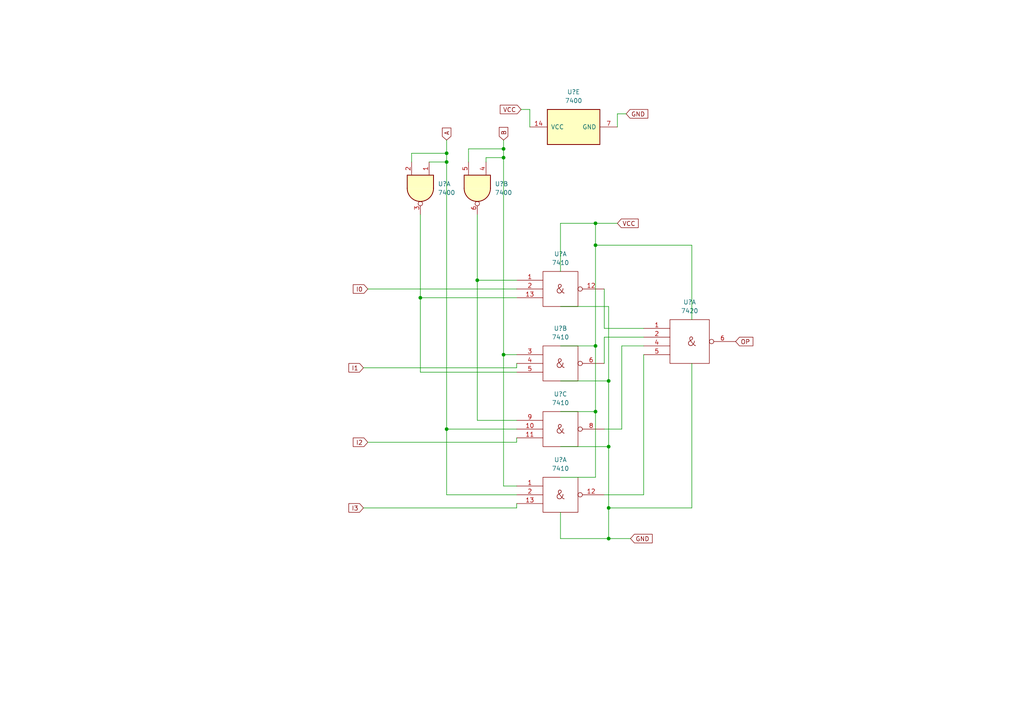
<source format=kicad_sch>
(kicad_sch (version 20211123) (generator eeschema)
  (paper "A4")
  (lib_symbols
    (symbol "74xx:7400" (pin_names (offset 1.016))
      (property "Reference" "U" (at 0 1.27 0))
      (property "Value" "7400" (at 0 -1.27 0))
      (symbol "7400_1_1"
        (arc (start 0 -3.81) (mid 3.81 0) (end 0 3.81) (stroke (width 0.254)) (fill (type background)))
        (polyline (pts (xy 0 3.81) (xy -3.81 3.81) (xy -3.81 -3.81) (xy 0 -3.81)) (stroke (width 0.254)) (fill (type background)))
        (pin input line (at -7.62 2.54 0) (length 3.81) (name "~") (number "1"))
        (pin input line (at -7.62 -2.54 0) (length 3.81) (name "~") (number "2"))
        (pin output inverted (at 7.62 0 180) (length 3.81) (name "~") (number "3"))
      )
      (symbol "7400_1_2"
        (arc (start -3.81 -3.81) (mid -2.589 0) (end -3.81 3.81) (stroke (width 0.254)))
        (arc (start -0.6096 -3.81) (mid 2.1842 -2.5851) (end 3.81 0) (stroke (width 0.254)) (fill (type background)))
        (polyline (pts (xy -3.81 -3.81) (xy -0.635 -3.81)) (stroke (width 0.254)) (fill (type background)))
        (polyline (pts (xy -3.81 3.81) (xy -0.635 3.81)) (stroke (width 0.254)) (fill (type background)))
        (polyline (pts (xy -0.635 3.81) (xy -3.81 3.81) (xy -3.81 3.81) (xy -3.556 3.4036) (xy -3.0226 2.2606) (xy -2.6924 1.0414) (xy -2.6162 -0.254) (xy -2.7686 -1.4986) (xy -3.175 -2.7178) (xy -3.81 -3.81) (xy -3.81 -3.81) (xy -0.635 -3.81)) (stroke (width -25.4)) (fill (type background)))
        (arc (start 3.81 0) (mid 2.1915 2.5936) (end -0.6096 3.81) (stroke (width 0.254)) (fill (type background)))
        (pin input inverted (at -7.62 2.54 0) (length 4.318) (name "~") (number "1"))
        (pin input inverted (at -7.62 -2.54 0) (length 4.318) (name "~") (number "2"))
        (pin output line (at 7.62 0 180) (length 3.81) (name "~") (number "3"))
      )
      (symbol "7400_2_1"
        (arc (start 0 -3.81) (mid 3.81 0) (end 0 3.81) (stroke (width 0.254)) (fill (type background)))
        (polyline (pts (xy 0 3.81) (xy -3.81 3.81) (xy -3.81 -3.81) (xy 0 -3.81)) (stroke (width 0.254)) (fill (type background)))
        (pin input line (at -7.62 2.54 0) (length 3.81) (name "~") (number "4"))
        (pin input line (at -7.62 -2.54 0) (length 3.81) (name "~") (number "5"))
        (pin output inverted (at 7.62 0 180) (length 3.81) (name "~") (number "6"))
      )
      (symbol "7400_2_2"
        (arc (start -3.81 -3.81) (mid -2.589 0) (end -3.81 3.81) (stroke (width 0.254)))
        (arc (start -0.6096 -3.81) (mid 2.1842 -2.5851) (end 3.81 0) (stroke (width 0.254)) (fill (type background)))
        (polyline (pts (xy -3.81 -3.81) (xy -0.635 -3.81)) (stroke (width 0.254)) (fill (type background)))
        (polyline (pts (xy -3.81 3.81) (xy -0.635 3.81)) (stroke (width 0.254)) (fill (type background)))
        (polyline (pts (xy -0.635 3.81) (xy -3.81 3.81) (xy -3.81 3.81) (xy -3.556 3.4036) (xy -3.0226 2.2606) (xy -2.6924 1.0414) (xy -2.6162 -0.254) (xy -2.7686 -1.4986) (xy -3.175 -2.7178) (xy -3.81 -3.81) (xy -3.81 -3.81) (xy -0.635 -3.81)) (stroke (width -25.4)) (fill (type background)))
        (arc (start 3.81 0) (mid 2.1915 2.5936) (end -0.6096 3.81) (stroke (width 0.254)) (fill (type background)))
        (pin input inverted (at -7.62 2.54 0) (length 4.318) (name "~") (number "4"))
        (pin input inverted (at -7.62 -2.54 0) (length 4.318) (name "~") (number "5"))
        (pin output line (at 7.62 0 180) (length 3.81) (name "~") (number "6"))
      )
      (symbol "7400_3_1"
        (arc (start 0 -3.81) (mid 3.81 0) (end 0 3.81) (stroke (width 0.254)) (fill (type background)))
        (polyline (pts (xy 0 3.81) (xy -3.81 3.81) (xy -3.81 -3.81) (xy 0 -3.81)) (stroke (width 0.254)) (fill (type background)))
        (pin input line (at -7.62 -2.54 0) (length 3.81) (name "~") (number "10"))
        (pin output inverted (at 7.62 0 180) (length 3.81) (name "~") (number "8"))
        (pin input line (at -7.62 2.54 0) (length 3.81) (name "~") (number "9"))
      )
      (symbol "7400_3_2"
        (arc (start -3.81 -3.81) (mid -2.589 0) (end -3.81 3.81) (stroke (width 0.254)))
        (arc (start -0.6096 -3.81) (mid 2.1842 -2.5851) (end 3.81 0) (stroke (width 0.254)) (fill (type background)))
        (polyline (pts (xy -3.81 -3.81) (xy -0.635 -3.81)) (stroke (width 0.254)) (fill (type background)))
        (polyline (pts (xy -3.81 3.81) (xy -0.635 3.81)) (stroke (width 0.254)) (fill (type background)))
        (polyline (pts (xy -0.635 3.81) (xy -3.81 3.81) (xy -3.81 3.81) (xy -3.556 3.4036) (xy -3.0226 2.2606) (xy -2.6924 1.0414) (xy -2.6162 -0.254) (xy -2.7686 -1.4986) (xy -3.175 -2.7178) (xy -3.81 -3.81) (xy -3.81 -3.81) (xy -0.635 -3.81)) (stroke (width -25.4)) (fill (type background)))
        (arc (start 3.81 0) (mid 2.1915 2.5936) (end -0.6096 3.81) (stroke (width 0.254)) (fill (type background)))
        (pin input inverted (at -7.62 -2.54 0) (length 4.318) (name "~") (number "10"))
        (pin output line (at 7.62 0 180) (length 3.81) (name "~") (number "8"))
        (pin input inverted (at -7.62 2.54 0) (length 4.318) (name "~") (number "9"))
      )
      (symbol "7400_4_1"
        (arc (start 0 -3.81) (mid 3.81 0) (end 0 3.81) (stroke (width 0.254)) (fill (type background)))
        (polyline (pts (xy 0 3.81) (xy -3.81 3.81) (xy -3.81 -3.81) (xy 0 -3.81)) (stroke (width 0.254)) (fill (type background)))
        (pin output inverted (at 7.62 0 180) (length 3.81) (name "~") (number "11"))
        (pin input line (at -7.62 2.54 0) (length 3.81) (name "~") (number "12"))
        (pin input line (at -7.62 -2.54 0) (length 3.81) (name "~") (number "13"))
      )
      (symbol "7400_4_2"
        (arc (start -3.81 -3.81) (mid -2.589 0) (end -3.81 3.81) (stroke (width 0.254)))
        (arc (start -0.6096 -3.81) (mid 2.1842 -2.5851) (end 3.81 0) (stroke (width 0.254)) (fill (type background)))
        (polyline (pts (xy -3.81 -3.81) (xy -0.635 -3.81)) (stroke (width 0.254)) (fill (type background)))
        (polyline (pts (xy -3.81 3.81) (xy -0.635 3.81)) (stroke (width 0.254)) (fill (type background)))
        (polyline (pts (xy -0.635 3.81) (xy -3.81 3.81) (xy -3.81 3.81) (xy -3.556 3.4036) (xy -3.0226 2.2606) (xy -2.6924 1.0414) (xy -2.6162 -0.254) (xy -2.7686 -1.4986) (xy -3.175 -2.7178) (xy -3.81 -3.81) (xy -3.81 -3.81) (xy -0.635 -3.81)) (stroke (width -25.4)) (fill (type background)))
        (arc (start 3.81 0) (mid 2.1915 2.5936) (end -0.6096 3.81) (stroke (width 0.254)) (fill (type background)))
        (pin output line (at 7.62 0 180) (length 3.81) (name "~") (number "11"))
        (pin input inverted (at -7.62 2.54 0) (length 4.318) (name "~") (number "12"))
        (pin input inverted (at -7.62 -2.54 0) (length 4.318) (name "~") (number "13"))
      )
      (symbol "7400_5_0"
        (pin power_in line (at 0 12.7 270) (length 5.08) (name "VCC") (number "14"))
        (pin power_in line (at 0 -12.7 90) (length 5.08) (name "GND") (number "7"))
      )
      (symbol "7400_5_1"
        (rectangle (start -5.08 7.62) (end 5.08 -7.62) (stroke (width 0.254)) (fill (type background)))
      )
    )
    (symbol "74xx_IEEE:7410" (pin_names (offset 0.762))
      (property "Reference" "U" (at 2.54 7.62 0))
      (property "Value" "7410" (at 3.81 -7.62 0))
      (symbol "7410_0_0"
        (text "&" (at 0 0 0) (effects (font (size 2.54 2.54))))
      )
      (symbol "7410_0_1"
        (rectangle (start -5.08 5.08) (end 5.08 -5.08))
        (pin power_in line (at 0 5.08 270) (length 0) hide (name "Vcc") (number "14"))
        (pin power_in line (at 0 -5.08 90) (length 0) hide (name "Gnd") (number "7"))
      )
      (symbol "7410_1_1"
        (pin input line (at -12.7 2.54 0) (length 7.62) (name "~") (number "1"))
        (pin output inverted (at 12.7 0 180) (length 7.62) (name "~") (number "12"))
        (pin input line (at -12.7 -2.54 0) (length 7.62) (name "~") (number "13"))
        (pin input line (at -12.7 0 0) (length 7.62) (name "~") (number "2"))
      )
      (symbol "7410_2_1"
        (pin input line (at -12.7 2.54 0) (length 7.62) (name "~") (number "3"))
        (pin input line (at -12.7 0 0) (length 7.62) (name "~") (number "4"))
        (pin input line (at -12.7 -2.54 0) (length 7.62) (name "~") (number "5"))
        (pin output inverted (at 12.7 0 180) (length 7.62) (name "~") (number "6"))
      )
      (symbol "7410_3_1"
        (pin input line (at -12.7 0 0) (length 7.62) (name "~") (number "10"))
        (pin input line (at -12.7 -2.54 0) (length 7.62) (name "~") (number "11"))
        (pin output inverted (at 12.7 0 180) (length 7.62) (name "~") (number "8"))
        (pin input line (at -12.7 2.54 0) (length 7.62) (name "~") (number "9"))
      )
    )
    (symbol "74xx_IEEE:7420" (pin_names (offset 0.762))
      (property "Reference" "U" (at 3.81 7.62 0))
      (property "Value" "7420" (at 3.81 -7.62 0))
      (symbol "7420_0_0"
        (text "&" (at 0 0 0) (effects (font (size 2.54 2.54))))
      )
      (symbol "7420_0_1"
        (rectangle (start -6.35 6.35) (end 5.08 -6.35))
        (pin power_in line (at 0 6.35 270) (length 0) hide (name "Vcc") (number "14"))
        (pin power_in line (at 0 -6.35 90) (length 0) hide (name "Gnd") (number "7"))
      )
      (symbol "7420_1_1"
        (pin input line (at -13.97 3.81 0) (length 7.62) (name "~") (number "1"))
        (pin input line (at -13.97 1.27 0) (length 7.62) (name "~") (number "2"))
        (pin input line (at -13.97 -1.27 0) (length 7.62) (name "~") (number "4"))
        (pin input line (at -13.97 -3.81 0) (length 7.62) (name "~") (number "5"))
        (pin output inverted (at 12.7 0 180) (length 7.62) (name "~") (number "6"))
      )
      (symbol "7420_2_1"
        (pin input line (at -13.97 1.27 0) (length 7.62) (name "~") (number "10"))
        (pin input line (at -13.97 -1.27 0) (length 7.62) (name "~") (number "12"))
        (pin input line (at -13.97 -3.81 0) (length 7.62) (name "~") (number "13"))
        (pin output inverted (at 12.7 0 180) (length 7.62) (name "~") (number "8"))
        (pin input line (at -13.97 3.81 0) (length 7.62) (name "~") (number "9"))
      )
    )
  )
  (junction (at 146.05 43.18))
  (junction (at 176.53 110.49))
  (junction (at 129.54 124.46))
  (junction (at 138.43 81.28))
  (junction (at 176.53 147.32))
  (junction (at 146.05 45.72))
  (junction (at 129.54 46.99))
  (junction (at 172.72 100.33))
  (junction (at 172.72 119.38))
  (junction (at 146.05 102.87))
  (junction (at 176.53 129.54))
  (junction (at 121.92 86.36))
  (junction (at 172.72 71.12))
  (junction (at 129.54 44.45))
  (junction (at 176.53 156.21))
  (junction (at 172.72 64.77))
  (wire (pts (xy 162.56 156.21) (xy 162.56 148.59)))
  (wire (pts (xy 149.86 107.95) (xy 121.92 107.95)))
  (wire (pts (xy 175.26 97.79) (xy 186.69 97.79)))
  (wire (pts (xy 146.05 45.72) (xy 146.05 102.87)))
  (wire (pts (xy 121.92 62.23) (xy 121.92 86.36)))
  (wire (pts (xy 149.86 106.68) (xy 149.86 105.41)))
  (wire (pts (xy 138.43 81.28) (xy 149.86 81.28)))
  (wire (pts (xy 175.26 83.82) (xy 175.26 95.25)))
  (wire (pts (xy 200.66 105.41) (xy 200.66 147.32)))
  (wire (pts (xy 121.92 86.36) (xy 121.92 107.95)))
  (wire (pts (xy 162.56 110.49) (xy 176.53 110.49)))
  (wire (pts (xy 153.67 31.75) (xy 153.67 36.83)))
  (wire (pts (xy 172.72 64.77) (xy 162.56 64.77)))
  (wire (pts (xy 162.56 119.38) (xy 172.72 119.38)))
  (wire (pts (xy 179.07 64.77) (xy 172.72 64.77)))
  (wire (pts (xy 181.61 33.02) (xy 179.07 33.02)))
  (wire (pts (xy 162.56 100.33) (xy 172.72 100.33)))
  (wire (pts (xy 138.43 62.23) (xy 138.43 81.28)))
  (wire (pts (xy 176.53 129.54) (xy 176.53 147.32)))
  (wire (pts (xy 175.26 143.51) (xy 186.69 143.51)))
  (wire (pts (xy 162.56 138.43) (xy 172.72 138.43)))
  (wire (pts (xy 106.68 83.82) (xy 149.86 83.82)))
  (wire (pts (xy 182.88 156.21) (xy 176.53 156.21)))
  (wire (pts (xy 129.54 44.45) (xy 129.54 46.99)))
  (wire (pts (xy 176.53 110.49) (xy 176.53 129.54)))
  (wire (pts (xy 176.53 156.21) (xy 162.56 156.21)))
  (wire (pts (xy 121.92 86.36) (xy 149.86 86.36)))
  (wire (pts (xy 200.66 71.12) (xy 172.72 71.12)))
  (wire (pts (xy 151.13 31.75) (xy 153.67 31.75)))
  (wire (pts (xy 119.38 44.45) (xy 129.54 44.45)))
  (wire (pts (xy 119.38 46.99) (xy 119.38 44.45)))
  (wire (pts (xy 140.97 46.99) (xy 140.97 45.72)))
  (wire (pts (xy 149.86 143.51) (xy 129.54 143.51)))
  (wire (pts (xy 176.53 147.32) (xy 176.53 156.21)))
  (wire (pts (xy 140.97 45.72) (xy 146.05 45.72)))
  (wire (pts (xy 172.72 119.38) (xy 172.72 100.33)))
  (wire (pts (xy 176.53 88.9) (xy 176.53 110.49)))
  (wire (pts (xy 172.72 138.43) (xy 172.72 119.38)))
  (wire (pts (xy 180.34 124.46) (xy 180.34 100.33)))
  (wire (pts (xy 162.56 64.77) (xy 162.56 78.74)))
  (wire (pts (xy 129.54 124.46) (xy 149.86 124.46)))
  (wire (pts (xy 179.07 33.02) (xy 179.07 36.83)))
  (wire (pts (xy 105.41 106.68) (xy 149.86 106.68)))
  (wire (pts (xy 135.89 46.99) (xy 135.89 43.18)))
  (wire (pts (xy 175.26 95.25) (xy 186.69 95.25)))
  (wire (pts (xy 200.66 92.71) (xy 200.66 71.12)))
  (wire (pts (xy 172.72 71.12) (xy 172.72 64.77)))
  (wire (pts (xy 124.46 46.99) (xy 129.54 46.99)))
  (wire (pts (xy 149.86 102.87) (xy 146.05 102.87)))
  (wire (pts (xy 129.54 143.51) (xy 129.54 124.46)))
  (wire (pts (xy 200.66 147.32) (xy 176.53 147.32)))
  (wire (pts (xy 149.86 121.92) (xy 138.43 121.92)))
  (wire (pts (xy 149.86 140.97) (xy 146.05 140.97)))
  (wire (pts (xy 175.26 124.46) (xy 180.34 124.46)))
  (wire (pts (xy 146.05 40.64) (xy 146.05 43.18)))
  (wire (pts (xy 149.86 147.32) (xy 149.86 146.05)))
  (wire (pts (xy 162.56 88.9) (xy 176.53 88.9)))
  (wire (pts (xy 129.54 40.64) (xy 129.54 44.45)))
  (wire (pts (xy 162.56 129.54) (xy 176.53 129.54)))
  (wire (pts (xy 106.68 128.27) (xy 149.86 128.27)))
  (wire (pts (xy 146.05 102.87) (xy 146.05 140.97)))
  (wire (pts (xy 175.26 105.41) (xy 175.26 97.79)))
  (wire (pts (xy 135.89 43.18) (xy 146.05 43.18)))
  (wire (pts (xy 149.86 128.27) (xy 149.86 127)))
  (wire (pts (xy 129.54 46.99) (xy 129.54 124.46)))
  (wire (pts (xy 186.69 143.51) (xy 186.69 102.87)))
  (wire (pts (xy 105.41 147.32) (xy 149.86 147.32)))
  (wire (pts (xy 138.43 121.92) (xy 138.43 81.28)))
  (wire (pts (xy 146.05 43.18) (xy 146.05 45.72)))
  (wire (pts (xy 180.34 100.33) (xy 186.69 100.33)))
  (wire (pts (xy 172.72 100.33) (xy 172.72 71.12)))
  (global_label "A" (shape input) (at 129.54 40.64 90) (property "Intersheet References" "${INTERSHEET_REFS}" (effects hide)))
  (global_label "I2" (shape input) (at 106.68 128.27 180) (property "Intersheet References" "${INTERSHEET_REFS}" (effects hide)))
  (global_label "I0" (shape input) (at 106.68 83.82 180) (property "Intersheet References" "${INTERSHEET_REFS}" (effects hide)))
  (global_label "B" (shape input) (at 146.05 40.64 90) (property "Intersheet References" "${INTERSHEET_REFS}" (effects hide)))
  (global_label "I3" (shape input) (at 105.41 147.32 180) (property "Intersheet References" "${INTERSHEET_REFS}" (effects hide)))
  (global_label "GND" (shape input) (at 182.88 156.21 0) (property "Intersheet References" "${INTERSHEET_REFS}" (effects hide)))
  (global_label "VCC" (shape input) (at 179.07 64.77 0) (property "Intersheet References" "${INTERSHEET_REFS}" (effects hide)))
  (global_label "GND" (shape input) (at 181.61 33.02 0) (property "Intersheet References" "${INTERSHEET_REFS}" (effects hide)))
  (global_label "I1" (shape input) (at 105.41 106.68 180) (property "Intersheet References" "${INTERSHEET_REFS}" (effects hide)))
  (global_label "VCC" (shape input) (at 151.13 31.75 180) (property "Intersheet References" "${INTERSHEET_REFS}" (effects hide)))
  (global_label "OP" (shape input) (at 213.36 99.06 0) (property "Intersheet References" "${INTERSHEET_REFS}" (effects hide)))
  (symbol (lib_id "74xx_IEEE:7420") (at 200.66 99.06 0) (unit 1)
    (property "Reference" "U?" (at 200.025 87.63 0))
    (property "Value" "7420" (at 200.025 90.17 0))
  )
  (symbol (lib_id "74xx:7400") (at 166.37 36.83 90) (unit 5)
    (property "Reference" "U?" (at 166.37 26.67 90))
    (property "Value" "7400" (at 166.37 29.21 90))
    (property "Datasheet" "http://www.ti.com/lit/gpn/sn7400" (effects hide))
  )
  (symbol (lib_id "74xx_IEEE:7410") (at 162.56 83.82 0) (unit 1)
    (property "Reference" "U?" (at 162.56 73.66 0))
    (property "Value" "7410" (at 162.56 76.2 0))
  )
  (symbol (lib_id "74xx:7400") (at 138.43 54.61 270) (unit 2)
    (property "Reference" "U?" (at 143.51 53.3399 90) (effects (justify left)))
    (property "Value" "7400" (at 143.51 55.8799 90) (effects (justify left)))
    (property "Datasheet" "http://www.ti.com/lit/gpn/sn7400" (effects hide))
  )
  (symbol (lib_id "74xx_IEEE:7410") (at 162.56 124.46 0) (unit 3)
    (property "Reference" "U?" (at 162.56 114.3 0))
    (property "Value" "7410" (at 162.56 116.84 0))
  )
  (symbol (lib_id "74xx_IEEE:7410") (at 162.56 105.41 0) (unit 2)
    (property "Reference" "U?" (at 162.56 95.25 0))
    (property "Value" "7410" (at 162.56 97.79 0))
  )
  (symbol (lib_id "74xx:7400") (at 121.92 54.61 270) (unit 1)
    (property "Reference" "U?" (at 127 53.3399 90) (effects (justify left)))
    (property "Value" "7400" (at 127 55.8799 90) (effects (justify left)))
    (property "Datasheet" "http://www.ti.com/lit/gpn/sn7400" (effects hide))
  )
  (symbol (lib_id "74xx_IEEE:7410") (at 162.56 143.51 0) (unit 1)
    (property "Reference" "U?" (at 162.56 133.35 0))
    (property "Value" "7410" (at 162.56 135.89 0))
  )
)
</source>
